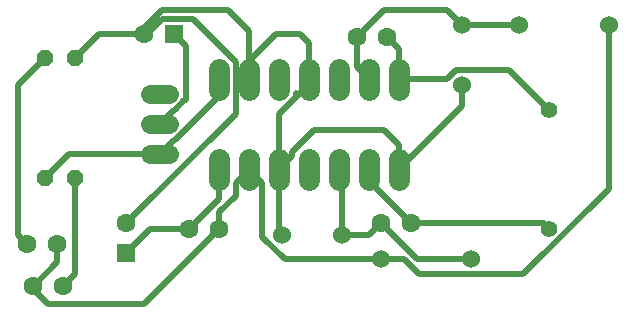
<source format=gbl>
G75*
%MOIN*%
%OFA0B0*%
%FSLAX25Y25*%
%IPPOS*%
%LPD*%
%AMOC8*
5,1,8,0,0,1.08239X$1,22.5*
%
%ADD10R,0.06299X0.06299*%
%ADD11C,0.06299*%
%ADD12C,0.07087*%
%ADD13C,0.06000*%
%ADD14C,0.05512*%
%ADD15C,0.06299*%
%ADD16OC8,0.05200*%
%ADD17C,0.02000*%
D10*
X0051256Y0054633D03*
X0067256Y0127633D03*
D11*
X0057256Y0127633D03*
X0128256Y0126633D03*
X0138256Y0126633D03*
X0136256Y0064633D03*
X0146256Y0064633D03*
X0082256Y0062633D03*
X0072256Y0062633D03*
X0051256Y0064633D03*
X0028256Y0057633D03*
X0018256Y0057633D03*
X0020256Y0043633D03*
X0030256Y0043633D03*
D12*
X0082256Y0079090D02*
X0082256Y0086176D01*
X0092256Y0086176D02*
X0092256Y0079090D01*
X0102256Y0079090D02*
X0102256Y0086176D01*
X0112256Y0086176D02*
X0112256Y0079090D01*
X0122256Y0079090D02*
X0122256Y0086176D01*
X0132256Y0086176D02*
X0132256Y0079090D01*
X0142256Y0079090D02*
X0142256Y0086176D01*
X0142256Y0109090D02*
X0142256Y0116176D01*
X0132256Y0116176D02*
X0132256Y0109090D01*
X0122256Y0109090D02*
X0122256Y0116176D01*
X0112256Y0116176D02*
X0112256Y0109090D01*
X0102256Y0109090D02*
X0102256Y0116176D01*
X0092256Y0116176D02*
X0092256Y0109090D01*
X0082256Y0109090D02*
X0082256Y0116176D01*
D13*
X0163256Y0110633D03*
X0163256Y0130633D03*
X0182256Y0130633D03*
X0212256Y0130633D03*
X0123256Y0060633D03*
X0136256Y0052633D03*
X0166256Y0052633D03*
X0103256Y0060633D03*
D14*
X0192256Y0062948D03*
X0192256Y0102318D03*
D15*
X0065406Y0097633D02*
X0059106Y0097633D01*
X0059106Y0087633D02*
X0065406Y0087633D01*
X0065406Y0107633D02*
X0059106Y0107633D01*
D16*
X0034256Y0119633D03*
X0024256Y0119633D03*
X0024256Y0079633D03*
X0034256Y0079633D03*
D17*
X0020756Y0042133D02*
X0025256Y0037633D01*
X0057256Y0037633D01*
X0082256Y0062633D01*
X0082256Y0068390D01*
X0087799Y0073934D01*
X0087799Y0078176D01*
X0092256Y0082633D01*
X0096713Y0078176D01*
X0096713Y0060105D01*
X0104185Y0052633D01*
X0136256Y0052633D01*
X0144013Y0052633D01*
X0149013Y0047633D01*
X0183667Y0047633D01*
X0212256Y0076222D01*
X0212256Y0130633D01*
X0182256Y0130633D02*
X0165256Y0130633D01*
X0164256Y0131633D01*
X0163256Y0130633D01*
X0158256Y0135633D01*
X0137256Y0135633D01*
X0128256Y0126633D01*
X0128256Y0116633D01*
X0132256Y0112633D01*
X0142256Y0112633D02*
X0158185Y0112633D01*
X0161185Y0115633D01*
X0178941Y0115633D01*
X0192256Y0102318D01*
X0163256Y0103633D02*
X0142256Y0082633D01*
X0142256Y0090633D01*
X0137256Y0095633D01*
X0113873Y0095633D01*
X0106713Y0088473D01*
X0106713Y0087090D01*
X0102256Y0082633D01*
X0102256Y0061633D01*
X0103256Y0060633D01*
X0123256Y0060633D02*
X0132256Y0060633D01*
X0136256Y0064633D01*
X0148256Y0052633D01*
X0166256Y0052633D01*
X0146256Y0064633D02*
X0190571Y0064633D01*
X0146256Y0064633D02*
X0132256Y0078633D01*
X0132256Y0082633D01*
X0123256Y0081633D02*
X0122256Y0082633D01*
X0123256Y0081633D02*
X0123256Y0060633D01*
X0102256Y0082633D02*
X0102256Y0101250D01*
X0107799Y0106794D01*
X0112256Y0111250D01*
X0112256Y0112633D01*
X0112256Y0124633D01*
X0109256Y0127633D01*
X0101256Y0127633D01*
X0092256Y0118633D01*
X0092256Y0112633D01*
X0092256Y0128633D01*
X0085256Y0135633D01*
X0063256Y0135633D01*
X0057256Y0129633D01*
X0057256Y0127633D01*
X0042256Y0127633D01*
X0034256Y0119633D01*
X0024256Y0119633D02*
X0015256Y0110633D01*
X0015256Y0060633D01*
X0018256Y0057633D01*
X0028256Y0057633D02*
X0028256Y0051633D01*
X0020756Y0044133D01*
X0020756Y0042133D01*
X0020256Y0043633D02*
X0020756Y0044133D01*
X0030256Y0043633D02*
X0034256Y0047633D01*
X0034256Y0079633D01*
X0032256Y0087633D02*
X0024256Y0079633D01*
X0032256Y0087633D02*
X0062256Y0087633D01*
X0067106Y0092483D01*
X0067539Y0092483D01*
X0082256Y0107201D01*
X0082256Y0112633D01*
X0087799Y0118473D02*
X0073489Y0132783D01*
X0063278Y0132783D01*
X0058128Y0127633D01*
X0057256Y0127633D01*
X0067256Y0127633D02*
X0071256Y0123633D01*
X0071256Y0105633D01*
X0070688Y0105633D01*
X0067539Y0102483D01*
X0067106Y0102483D01*
X0062256Y0097633D01*
X0082256Y0082633D02*
X0082256Y0072633D01*
X0072256Y0062633D01*
X0059256Y0062633D01*
X0051256Y0054633D01*
X0051256Y0064633D02*
X0087799Y0101176D01*
X0087799Y0118473D01*
X0107799Y0108176D02*
X0107799Y0106794D01*
X0138256Y0126633D02*
X0142256Y0122633D01*
X0142256Y0112633D01*
X0163256Y0110633D02*
X0163256Y0103633D01*
M02*

</source>
